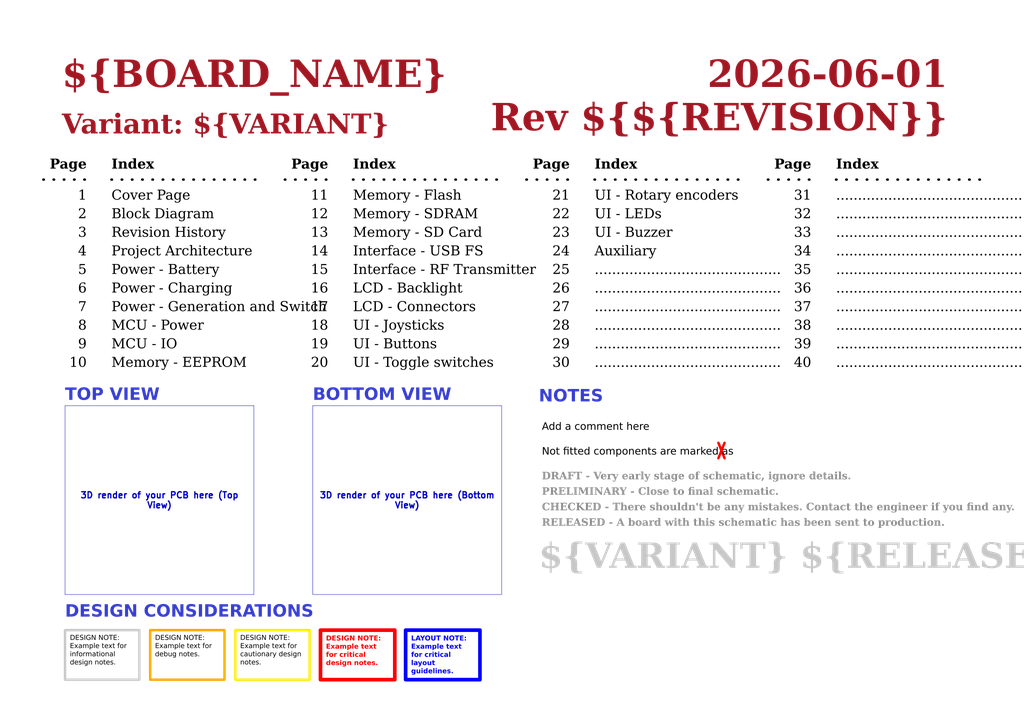
<source format=kicad_sch>
(kicad_sch
	(version 20250114)
	(generator "eeschema")
	(generator_version "9.0")
	(uuid "0650c7a8-acba-429c-9f8e-eec0baf0bc1c")
	(paper "A3")
	(title_block
		(title "Main")
		(date "Last Modified Date")
		(rev "${REVISION}")
		(company "${COMPANY}")
	)
	(lib_symbols)
	(text "9"
		(exclude_from_sim no)
		(at 35.56 144.78 0)
		(effects
			(font
				(face "Times New Roman")
				(size 4 4)
				(color 0 0 0 1)
			)
			(justify right bottom)
			(href "#9")
		)
		(uuid "0171ecc8-df6f-418e-95ea-db73cf975716")
	)
	(text "BOTTOM VIEW"
		(exclude_from_sim no)
		(at 128.27 166.37 0)
		(effects
			(font
				(face "Arial")
				(size 5 5)
				(bold yes)
				(color 53 60 207 1)
			)
			(justify left bottom)
		)
		(uuid "041ff709-0f5e-466e-adab-d03afffd90b7")
	)
	(text "UI - Buzzer"
		(exclude_from_sim no)
		(at 243.84 99.06 0)
		(effects
			(font
				(face "Times New Roman")
				(size 4 4)
				(color 0 0 0 1)
			)
			(justify left bottom)
			(href "#23")
		)
		(uuid "0647f622-b644-4538-802a-42edf8cdccc5")
	)
	(text "13"
		(exclude_from_sim no)
		(at 134.62 99.06 0)
		(effects
			(font
				(face "Times New Roman")
				(size 4 4)
				(color 0 0 0 1)
			)
			(justify right bottom)
			(href "#13")
		)
		(uuid "09a9f005-609a-4854-9ba5-f5a5e7b8d7c7")
	)
	(text "RELEASED - A board with this schematic has been sent to production."
		(exclude_from_sim no)
		(at 222.25 217.17 0)
		(effects
			(font
				(face "Times New Roman")
				(size 3 3)
				(thickness 0.6)
				(bold yes)
				(color 140 140 140 1)
			)
			(justify left bottom)
		)
		(uuid "10cbc67f-d688-44d7-9e2b-bee41b99ad5c")
	)
	(text "Page"
		(exclude_from_sim no)
		(at 332.74 71.12 0)
		(effects
			(font
				(face "Times New Roman")
				(size 4 4)
				(bold yes)
				(color 0 0 0 1)
			)
			(justify right bottom)
		)
		(uuid "1b60c0cc-bf04-4615-8796-1ecc890b346a")
	)
	(text "TOP VIEW"
		(exclude_from_sim no)
		(at 26.67 166.37 0)
		(effects
			(font
				(face "Arial")
				(size 5 5)
				(bold yes)
				(color 53 60 207 1)
			)
			(justify left bottom)
		)
		(uuid "1c033b5c-f50d-4e0f-94c4-59e72fb244de")
	)
	(text "3"
		(exclude_from_sim no)
		(at 35.56 99.06 0)
		(effects
			(font
				(face "Times New Roman")
				(size 4 4)
				(color 0 0 0 1)
			)
			(justify right bottom)
			(href "#3")
		)
		(uuid "1dd16a1b-b3b8-42a1-b678-3a7b261e7284")
	)
	(text "38"
		(exclude_from_sim no)
		(at 332.74 137.16 0)
		(effects
			(font
				(face "Times New Roman")
				(size 4 4)
				(color 0 0 0 1)
			)
			(justify right bottom)
			(href "#38")
		)
		(uuid "2d20025d-61e4-451d-b51e-153fedc44d68")
	)
	(text "Memory - EEPROM"
		(exclude_from_sim no)
		(at 45.72 152.4 0)
		(effects
			(font
				(face "Times New Roman")
				(size 4 4)
				(color 0 0 0 1)
			)
			(justify left bottom)
			(href "#10")
		)
		(uuid "2df49b6e-980f-4a01-ab23-c61ed27bd1b8")
	)
	(text "MCU - IO"
		(exclude_from_sim no)
		(at 45.72 144.78 0)
		(effects
			(font
				(face "Times New Roman")
				(size 4 4)
				(color 0 0 0 1)
			)
			(justify left bottom)
			(href "#9")
		)
		(uuid "319dfe95-cf7d-4b95-aa65-2f948d7bd6bc")
	)
	(text "MCU - Power"
		(exclude_from_sim no)
		(at 45.72 137.16 0)
		(effects
			(font
				(face "Times New Roman")
				(size 4 4)
				(color 0 0 0 1)
			)
			(justify left bottom)
			(href "#8")
		)
		(uuid "339f13bd-0896-43a1-925e-733e36e395bd")
	)
	(text "LCD - Backlight"
		(exclude_from_sim no)
		(at 144.78 121.92 0)
		(effects
			(font
				(face "Times New Roman")
				(size 4 4)
				(color 0 0 0 1)
			)
			(justify left bottom)
			(href "#16")
		)
		(uuid "34c28277-d6a5-4104-8740-b78485a8ff4c")
	)
	(text "1"
		(exclude_from_sim no)
		(at 35.56 83.82 0)
		(effects
			(font
				(face "Times New Roman")
				(size 4 4)
				(color 0 0 0 1)
			)
			(justify right bottom)
			(href "#1")
		)
		(uuid "3691ab49-6c05-4886-869a-12221f52fdee")
	)
	(text "Not fitted components are marked as"
		(exclude_from_sim no)
		(at 222.25 187.96 0)
		(effects
			(font
				(face "Arial")
				(size 3 3)
				(color 0 0 0 1)
			)
			(justify left bottom)
		)
		(uuid "3e121d9b-11e9-4895-9779-ade93d5b2a88")
	)
	(text "..........................................."
		(exclude_from_sim no)
		(at 243.84 152.4 0)
		(effects
			(font
				(face "Times New Roman")
				(size 4 4)
				(color 0 0 0 1)
			)
			(justify left bottom)
			(href "#30")
		)
		(uuid "41bb0f90-1135-4d50-9d44-9fb04444ecf6")
	)
	(text "Index"
		(exclude_from_sim no)
		(at 45.72 71.12 0)
		(effects
			(font
				(face "Times New Roman")
				(size 4 4)
				(bold yes)
				(color 0 0 0 1)
			)
			(justify left bottom)
		)
		(uuid "44841f0e-187c-41b9-a570-9f74973319c9")
	)
	(text "Memory - SD Card"
		(exclude_from_sim no)
		(at 144.78 99.06 0)
		(effects
			(font
				(face "Times New Roman")
				(size 4 4)
				(color 0 0 0 1)
			)
			(justify left bottom)
			(href "#13")
		)
		(uuid "461ef4aa-5f24-4935-a427-92bbc78a05f3")
	)
	(text "Index"
		(exclude_from_sim no)
		(at 144.78 71.12 0)
		(effects
			(font
				(face "Times New Roman")
				(size 4 4)
				(bold yes)
				(color 0 0 0 1)
			)
			(justify left bottom)
		)
		(uuid "4773b195-e777-483d-bd5a-5b18be14b485")
	)
	(text "27"
		(exclude_from_sim no)
		(at 233.68 129.54 0)
		(effects
			(font
				(face "Times New Roman")
				(size 4 4)
				(color 0 0 0 1)
			)
			(justify right bottom)
			(href "#27")
		)
		(uuid "47e5ef3a-a936-4417-8e04-a70df1a04676")
	)
	(text "15"
		(exclude_from_sim no)
		(at 134.62 114.3 0)
		(effects
			(font
				(face "Times New Roman")
				(size 4 4)
				(color 0 0 0 1)
			)
			(justify right bottom)
			(href "#15")
		)
		(uuid "48cae9b2-9935-4ee2-a962-685c04325434")
	)
	(text "6"
		(exclude_from_sim no)
		(at 35.56 121.92 0)
		(effects
			(font
				(face "Times New Roman")
				(size 4 4)
				(color 0 0 0 1)
			)
			(justify right bottom)
			(href "#6")
		)
		(uuid "4aa9b67c-c657-48d1-abb0-497faf20008a")
	)
	(text "PRELIMINARY - Close to final schematic."
		(exclude_from_sim no)
		(at 222.25 204.47 0)
		(effects
			(font
				(face "Times New Roman")
				(size 3 3)
				(thickness 0.6)
				(bold yes)
				(color 140 140 140 1)
			)
			(justify left bottom)
		)
		(uuid "4b75d6be-e2b4-4862-a5fd-f3239bff6734")
	)
	(text "24"
		(exclude_from_sim no)
		(at 233.68 106.68 0)
		(effects
			(font
				(face "Times New Roman")
				(size 4 4)
				(color 0 0 0 1)
			)
			(justify right bottom)
			(href "#24")
		)
		(uuid "4d10b8f7-ee9d-4539-987e-2871a213b2d6")
	)
	(text "${VARIANT} ${RELEASE_DATE}"
		(exclude_from_sim no)
		(at 220.98 237.49 0)
		(effects
			(font
				(face "Times New Roman")
				(size 10.16 10.16)
				(thickness 0.6)
				(bold yes)
				(color 200 200 200 1)
			)
			(justify left bottom)
		)
		(uuid "4f144e11-d681-45f3-b92d-dea6c28023e4")
	)
	(text "Page"
		(exclude_from_sim no)
		(at 35.56 71.12 0)
		(effects
			(font
				(face "Times New Roman")
				(size 4 4)
				(bold yes)
				(color 0 0 0 1)
			)
			(justify right bottom)
		)
		(uuid "5216de6a-28ab-4e49-a422-9fd32d8fed67")
	)
	(text "Project Architecture"
		(exclude_from_sim no)
		(at 45.72 106.68 0)
		(effects
			(font
				(face "Times New Roman")
				(size 4 4)
				(color 0 0 0 1)
			)
			(justify left bottom)
			(href "#4")
		)
		(uuid "547bb3ec-bec4-4b68-a38e-2ac56be29bd3")
	)
	(text "..........................................."
		(exclude_from_sim no)
		(at 243.84 129.54 0)
		(effects
			(font
				(face "Times New Roman")
				(size 4 4)
				(color 0 0 0 1)
			)
			(justify left bottom)
			(href "#27")
		)
		(uuid "598c6218-39d7-40a8-878a-842531c6a754")
	)
	(text "8"
		(exclude_from_sim no)
		(at 35.56 137.16 0)
		(effects
			(font
				(face "Times New Roman")
				(size 4 4)
				(color 0 0 0 1)
			)
			(justify right bottom)
			(href "#8")
		)
		(uuid "5dd35c87-2aeb-4c16-ab79-fbda71c4347a")
	)
	(text "14"
		(exclude_from_sim no)
		(at 134.62 106.68 0)
		(effects
			(font
				(face "Times New Roman")
				(size 4 4)
				(color 0 0 0 1)
			)
			(justify right bottom)
			(href "#14")
		)
		(uuid "5e529423-56be-4ad0-9794-38b960fa0634")
	)
	(text "..........................................."
		(exclude_from_sim no)
		(at 342.9 137.16 0)
		(effects
			(font
				(face "Times New Roman")
				(size 4 4)
				(color 0 0 0 1)
			)
			(justify left bottom)
			(href "#38")
		)
		(uuid "5ec61f31-3c66-4623-97e5-d26d3b9bb1be")
	)
	(text "..........................................."
		(exclude_from_sim no)
		(at 342.9 152.4 0)
		(effects
			(font
				(face "Times New Roman")
				(size 4 4)
				(color 0 0 0 1)
			)
			(justify left bottom)
			(href "#40")
		)
		(uuid "65f25bf1-cc7d-4807-9afa-0a0ac612f9b3")
	)
	(text "23"
		(exclude_from_sim no)
		(at 233.68 99.06 0)
		(effects
			(font
				(face "Times New Roman")
				(size 4 4)
				(color 0 0 0 1)
			)
			(justify right bottom)
			(href "#23")
		)
		(uuid "68aaa364-f788-45fb-b731-7b1eda7a6c6c")
	)
	(text "Index"
		(exclude_from_sim no)
		(at 243.84 71.12 0)
		(effects
			(font
				(face "Times New Roman")
				(size 4 4)
				(bold yes)
				(color 0 0 0 1)
			)
			(justify left bottom)
		)
		(uuid "6eee427d-5608-4f64-99d8-6d8e4391a6b0")
	)
	(text "..........................................."
		(exclude_from_sim no)
		(at 342.9 91.44 0)
		(effects
			(font
				(face "Times New Roman")
				(size 4 4)
				(color 0 0 0 1)
			)
			(justify left bottom)
			(href "#32")
		)
		(uuid "71058a62-023a-4e0a-b0c4-c0fb8bf95cc8")
	)
	(text "5"
		(exclude_from_sim no)
		(at 35.56 114.3 0)
		(effects
			(font
				(face "Times New Roman")
				(size 4 4)
				(color 0 0 0 1)
			)
			(justify right bottom)
			(href "#5")
		)
		(uuid "718e4830-a352-43f0-b9c5-1495032b5970")
	)
	(text "${CURRENT_DATE}"
		(exclude_from_sim no)
		(at 388.62 40.64 0)
		(effects
			(font
				(face "Times New Roman")
				(size 11 11)
				(thickness 1)
				(bold yes)
				(color 162 22 34 1)
			)
			(justify right bottom)
		)
		(uuid "752b8016-2b6c-433a-9e5a-755eac1f800d")
	)
	(text "26"
		(exclude_from_sim no)
		(at 233.68 121.92 0)
		(effects
			(font
				(face "Times New Roman")
				(size 4 4)
				(color 0 0 0 1)
			)
			(justify right bottom)
			(href "#26")
		)
		(uuid "78da4ba2-8c96-4e51-9a03-b14367dceea0")
	)
	(text "16"
		(exclude_from_sim no)
		(at 134.62 121.92 0)
		(effects
			(font
				(face "Times New Roman")
				(size 4 4)
				(color 0 0 0 1)
			)
			(justify right bottom)
			(href "#16")
		)
		(uuid "7a577aea-9c53-4431-8f38-6cd521e907d0")
	)
	(text "10"
		(exclude_from_sim no)
		(at 35.56 152.4 0)
		(effects
			(font
				(face "Times New Roman")
				(size 4 4)
				(color 0 0 0 1)
			)
			(justify right bottom)
			(href "#10")
		)
		(uuid "7caa34f0-df91-4ed4-bb8e-ff81315f8c93")
	)
	(text "35"
		(exclude_from_sim no)
		(at 332.74 114.3 0)
		(effects
			(font
				(face "Times New Roman")
				(size 4 4)
				(color 0 0 0 1)
			)
			(justify right bottom)
			(href "#35")
		)
		(uuid "7d4a16f6-fc91-424a-bffd-707dc25afa40")
	)
	(text "18"
		(exclude_from_sim no)
		(at 134.62 137.16 0)
		(effects
			(font
				(face "Times New Roman")
				(size 4 4)
				(color 0 0 0 1)
			)
			(justify right bottom)
			(href "#18")
		)
		(uuid "7d4de17d-b484-45d2-95af-1050fc297950")
	)
	(text "33"
		(exclude_from_sim no)
		(at 332.74 99.06 0)
		(effects
			(font
				(face "Times New Roman")
				(size 4 4)
				(color 0 0 0 1)
			)
			(justify right bottom)
			(href "#33")
		)
		(uuid "7fd97343-03c5-4f22-a59e-bc2d9fd9af23")
	)
	(text "Variant: ${VARIANT}"
		(exclude_from_sim no)
		(at 25.4 58.42 0)
		(effects
			(font
				(face "Times New Roman")
				(size 8 8)
				(thickness 1)
				(bold yes)
				(color 162 22 34 1)
			)
			(justify left bottom)
		)
		(uuid "832c6231-94ea-4718-8f70-96006b71efdf")
	)
	(text "4"
		(exclude_from_sim no)
		(at 35.56 106.68 0)
		(effects
			(font
				(face "Times New Roman")
				(size 4 4)
				(color 0 0 0 1)
			)
			(justify right bottom)
			(href "#4")
		)
		(uuid "8d802a1e-8c90-4592-9cec-00ce1173b8bd")
	)
	(text "11"
		(exclude_from_sim no)
		(at 134.62 83.82 0)
		(effects
			(font
				(face "Times New Roman")
				(size 4 4)
				(color 0 0 0 1)
			)
			(justify right bottom)
			(href "#11")
		)
		(uuid "8d827c06-285c-46bc-8024-d46f4098d9e5")
	)
	(text "Rev ${REVISION}"
		(exclude_from_sim no)
		(at 388.62 58.42 0)
		(effects
			(font
				(face "Times New Roman")
				(size 11 11)
				(thickness 1)
				(bold yes)
				(color 162 22 34 1)
			)
			(justify right bottom)
		)
		(uuid "9008c96f-82fa-4b3f-88a3-9ae35f59090b")
	)
	(text "Auxiliary\n"
		(exclude_from_sim no)
		(at 243.84 106.68 0)
		(effects
			(font
				(face "Times New Roman")
				(size 4 4)
				(color 0 0 0 1)
			)
			(justify left bottom)
			(href "#24")
		)
		(uuid "91ef4a1a-faaf-4d16-b090-6e6451092c3a")
	)
	(text "28"
		(exclude_from_sim no)
		(at 233.68 137.16 0)
		(effects
			(font
				(face "Times New Roman")
				(size 4 4)
				(color 0 0 0 1)
			)
			(justify right bottom)
			(href "#28")
		)
		(uuid "9310b062-10e2-49af-a22c-1c9854a7f3f0")
	)
	(text "..........................................."
		(exclude_from_sim no)
		(at 243.84 144.78 0)
		(effects
			(font
				(face "Times New Roman")
				(size 4 4)
				(color 0 0 0 1)
			)
			(justify left bottom)
			(href "#29")
		)
		(uuid "93713c73-3aba-4b0b-9f3c-b37ab3721f94")
	)
	(text "UI - LEDs"
		(exclude_from_sim no)
		(at 243.84 91.44 0)
		(effects
			(font
				(face "Times New Roman")
				(size 4 4)
				(color 0 0 0 1)
			)
			(justify left bottom)
			(href "#22")
		)
		(uuid "93b242cb-0b6a-48cc-a920-659ba5a2d4b9")
	)
	(text "..........................................."
		(exclude_from_sim no)
		(at 342.9 144.78 0)
		(effects
			(font
				(face "Times New Roman")
				(size 4 4)
				(color 0 0 0 1)
			)
			(justify left bottom)
			(href "#39")
		)
		(uuid "9413d17b-fd74-4a56-8014-ec2904184d8a")
	)
	(text "Power - Battery"
		(exclude_from_sim no)
		(at 45.72 114.3 0)
		(effects
			(font
				(face "Times New Roman")
				(size 4 4)
				(color 0 0 0 1)
			)
			(justify left bottom)
			(href "#5")
		)
		(uuid "9413d28a-c2b4-4d73-ae2d-68b4717d1b67")
	)
	(text "Page"
		(exclude_from_sim no)
		(at 233.68 71.12 0)
		(effects
			(font
				(face "Times New Roman")
				(size 4 4)
				(bold yes)
				(color 0 0 0 1)
			)
			(justify right bottom)
		)
		(uuid "959ea2a5-595d-4c64-a44e-f0c1c6497852")
	)
	(text "UI - Buttons"
		(exclude_from_sim no)
		(at 144.78 144.78 0)
		(effects
			(font
				(face "Times New Roman")
				(size 4 4)
				(color 0 0 0 1)
			)
			(justify left bottom)
			(href "#19")
		)
		(uuid "9d747571-2a3a-41dd-b7ab-0c07afaa5df1")
	)
	(text "Memory - Flash"
		(exclude_from_sim no)
		(at 144.78 83.82 0)
		(effects
			(font
				(face "Times New Roman")
				(size 4 4)
				(color 0 0 0 1)
			)
			(justify left bottom)
			(href "#11")
		)
		(uuid "9e3e9ac8-468f-4f09-9650-682992859fd0")
	)
	(text "LCD - Connectors"
		(exclude_from_sim no)
		(at 144.78 129.54 0)
		(effects
			(font
				(face "Times New Roman")
				(size 4 4)
				(color 0 0 0 1)
			)
			(justify left bottom)
			(href "#17")
		)
		(uuid "a2bb1bed-8e4e-4038-8b4e-99f9457f4c30")
	)
	(text "31"
		(exclude_from_sim no)
		(at 332.74 83.82 0)
		(effects
			(font
				(face "Times New Roman")
				(size 4 4)
				(color 0 0 0 1)
			)
			(justify right bottom)
			(href "#31")
		)
		(uuid "a8eb70a2-f43e-480c-afdf-7e91507527a7")
	)
	(text "36"
		(exclude_from_sim no)
		(at 332.74 121.92 0)
		(effects
			(font
				(face "Times New Roman")
				(size 4 4)
				(color 0 0 0 1)
			)
			(justify right bottom)
			(href "#36")
		)
		(uuid "a95a57c3-0ec4-4b96-8edf-d46ee18a4a8e")
	)
	(text "..........................................."
		(exclude_from_sim no)
		(at 243.84 137.16 0)
		(effects
			(font
				(face "Times New Roman")
				(size 4 4)
				(color 0 0 0 1)
			)
			(justify left bottom)
			(href "#28")
		)
		(uuid "ad40278e-f3e6-4c25-8fa4-1f4e3918f822")
	)
	(text "22"
		(exclude_from_sim no)
		(at 233.68 91.44 0)
		(effects
			(font
				(face "Times New Roman")
				(size 4 4)
				(color 0 0 0 1)
			)
			(justify right bottom)
			(href "#22")
		)
		(uuid "ada746a9-1ac8-4ba5-b1f0-e040d6c0fa14")
	)
	(text "Interface - RF Transmitter"
		(exclude_from_sim no)
		(at 144.78 114.3 0)
		(effects
			(font
				(face "Times New Roman")
				(size 4 4)
				(color 0 0 0 1)
			)
			(justify left bottom)
			(href "#15")
		)
		(uuid "ae6c0242-f9a8-4717-86dd-2d27e5dc9018")
	)
	(text "..........................................."
		(exclude_from_sim no)
		(at 342.9 83.82 0)
		(effects
			(font
				(face "Times New Roman")
				(size 4 4)
				(color 0 0 0 1)
			)
			(justify left bottom)
			(href "#31")
		)
		(uuid "b39085c9-1ebe-4dab-a6c1-54ab08707fbf")
	)
	(text "25"
		(exclude_from_sim no)
		(at 233.68 114.3 0)
		(effects
			(font
				(face "Times New Roman")
				(size 4 4)
				(color 0 0 0 1)
			)
			(justify right bottom)
			(href "#25")
		)
		(uuid "b3f10ccd-dd30-4e1a-9a39-191e590211cc")
	)
	(text "${BOARD_NAME}"
		(exclude_from_sim no)
		(at 25.4 40.64 0)
		(effects
			(font
				(face "Times New Roman")
				(size 11 11)
				(thickness 1)
				(bold yes)
				(color 162 22 34 1)
			)
			(justify left bottom)
		)
		(uuid "b5491481-138f-4748-8f60-dc51e3284b98")
	)
	(text "..........................................."
		(exclude_from_sim no)
		(at 243.84 121.92 0)
		(effects
			(font
				(face "Times New Roman")
				(size 4 4)
				(color 0 0 0 1)
			)
			(justify left bottom)
			(href "#26")
		)
		(uuid "b55022f1-bde3-45d1-ab63-474a18aef763")
	)
	(text "..........................................."
		(exclude_from_sim no)
		(at 342.9 106.68 0)
		(effects
			(font
				(face "Times New Roman")
				(size 4 4)
				(color 0 0 0 1)
			)
			(justify left bottom)
			(href "#34")
		)
		(uuid "b5c8bc07-6a7e-4ec3-955b-9e6a13622c4e")
	)
	(text "37"
		(exclude_from_sim no)
		(at 332.74 129.54 0)
		(effects
			(font
				(face "Times New Roman")
				(size 4 4)
				(color 0 0 0 1)
			)
			(justify right bottom)
			(href "#37")
		)
		(uuid "baff535e-40df-4979-8ad1-9d6e8282e1a0")
	)
	(text "Page"
		(exclude_from_sim no)
		(at 134.62 71.12 0)
		(effects
			(font
				(face "Times New Roman")
				(size 4 4)
				(bold yes)
				(color 0 0 0 1)
			)
			(justify right bottom)
		)
		(uuid "beb5ee3d-ad62-4c0c-ab18-390f8e3c78c4")
	)
	(text "DRAFT - Very early stage of schematic, ignore details."
		(exclude_from_sim no)
		(at 222.25 198.12 0)
		(effects
			(font
				(face "Times New Roman")
				(size 3 3)
				(thickness 0.6)
				(bold yes)
				(color 140 140 140 1)
			)
			(justify left bottom)
		)
		(uuid "c1828499-d221-4dc2-9c7b-c9d850654d5e")
	)
	(text "Interface - USB FS"
		(exclude_from_sim no)
		(at 144.78 106.68 0)
		(effects
			(font
				(face "Times New Roman")
				(size 4 4)
				(color 0 0 0 1)
			)
			(justify left bottom)
			(href "#14")
		)
		(uuid "c492727f-a5a2-4efb-9f13-b55fb4c5125a")
	)
	(text "Index"
		(exclude_from_sim no)
		(at 342.9 71.12 0)
		(effects
			(font
				(face "Times New Roman")
				(size 4 4)
				(bold yes)
				(color 0 0 0 1)
			)
			(justify left bottom)
		)
		(uuid "c52bc9e5-2c42-41e6-ae08-fabef868928a")
	)
	(text "Power - Charging"
		(exclude_from_sim no)
		(at 45.72 121.92 0)
		(effects
			(font
				(face "Times New Roman")
				(size 4 4)
				(color 0 0 0 1)
			)
			(justify left bottom)
			(href "#6")
		)
		(uuid "c787ff5d-5d58-4a12-8967-dc99673505b9")
	)
	(text "..........................................."
		(exclude_from_sim no)
		(at 342.9 121.92 0)
		(effects
			(font
				(face "Times New Roman")
				(size 4 4)
				(color 0 0 0 1)
			)
			(justify left bottom)
			(href "#36")
		)
		(uuid "c8a13f8e-6347-4971-97e9-3bbacc8fb0b5")
	)
	(text "..........................................."
		(exclude_from_sim no)
		(at 342.9 114.3 0)
		(effects
			(font
				(face "Times New Roman")
				(size 4 4)
				(color 0 0 0 1)
			)
			(justify left bottom)
			(href "#35")
		)
		(uuid "c932f64b-e011-46ca-8efc-bb2f186e8b13")
	)
	(text "Block Diagram"
		(exclude_from_sim no)
		(at 45.72 91.44 0)
		(effects
			(font
				(face "Times New Roman")
				(size 4 4)
				(color 0 0 0 1)
			)
			(justify left bottom)
			(href "#2")
		)
		(uuid "caeb7f52-f34e-4432-b129-9207069a1ad5")
	)
	(text "19"
		(exclude_from_sim no)
		(at 134.62 144.78 0)
		(effects
			(font
				(face "Times New Roman")
				(size 4 4)
				(color 0 0 0 1)
			)
			(justify right bottom)
			(href "#19")
		)
		(uuid "cbf7eaea-8009-4ccd-9079-9d687b9a3603")
	)
	(text "30"
		(exclude_from_sim no)
		(at 233.68 152.4 0)
		(effects
			(font
				(face "Times New Roman")
				(size 4 4)
				(color 0 0 0 1)
			)
			(justify right bottom)
			(href "#30")
		)
		(uuid "cea38a57-40f7-465f-b054-ff626e3218d0")
	)
	(text "7"
		(exclude_from_sim no)
		(at 35.56 129.54 0)
		(effects
			(font
				(face "Times New Roman")
				(size 4 4)
				(color 0 0 0 1)
			)
			(justify right bottom)
			(href "#7")
		)
		(uuid "cf9779c0-4a62-4a6f-9127-07f6919e9e8d")
	)
	(text "..........................................."
		(exclude_from_sim no)
		(at 243.84 114.3 0)
		(effects
			(font
				(face "Times New Roman")
				(size 4 4)
				(color 0 0 0 1)
			)
			(justify left bottom)
			(href "#25")
		)
		(uuid "d06fb69a-43a5-466c-8174-3edde239a7c0")
	)
	(text "12"
		(exclude_from_sim no)
		(at 134.62 91.44 0)
		(effects
			(font
				(face "Times New Roman")
				(size 4 4)
				(color 0 0 0 1)
			)
			(justify right bottom)
			(href "#12")
		)
		(uuid "d450aa41-7115-44ab-9cc7-2fa118545b00")
	)
	(text "21"
		(exclude_from_sim no)
		(at 233.68 83.82 0)
		(effects
			(font
				(face "Times New Roman")
				(size 4 4)
				(color 0 0 0 1)
			)
			(justify right bottom)
			(href "#21")
		)
		(uuid "d7ac5948-93ba-4038-95c3-cb73c27df74a")
	)
	(text "Add a comment here"
		(exclude_from_sim no)
		(at 222.25 177.8 0)
		(effects
			(font
				(face "Arial")
				(size 3 3)
				(color 0 0 0 1)
			)
			(justify left bottom)
		)
		(uuid "d8d8425a-4141-4ddb-8e75-262db2d23ce8")
	)
	(text "2"
		(exclude_from_sim no)
		(at 35.56 91.44 0)
		(effects
			(font
				(face "Times New Roman")
				(size 4 4)
				(color 0 0 0 1)
			)
			(justify right bottom)
			(href "#2")
		)
		(uuid "dca5e168-6a76-4eb2-b335-e6c030ded824")
	)
	(text "39"
		(exclude_from_sim no)
		(at 332.74 144.78 0)
		(effects
			(font
				(face "Times New Roman")
				(size 4 4)
				(color 0 0 0 1)
			)
			(justify right bottom)
			(href "#39")
		)
		(uuid "e216870b-45fe-49b3-8e55-d9668eb9df44")
	)
	(text "UI - Joysticks"
		(exclude_from_sim no)
		(at 144.78 137.16 0)
		(effects
			(font
				(face "Times New Roman")
				(size 4 4)
				(color 0 0 0 1)
			)
			(justify left bottom)
			(href "#18")
		)
		(uuid "e518f3ad-92c7-4755-8883-22916bfc7d1f")
	)
	(text "..........................................."
		(exclude_from_sim no)
		(at 342.9 99.06 0)
		(effects
			(font
				(face "Times New Roman")
				(size 4 4)
				(color 0 0 0 1)
			)
			(justify left bottom)
			(href "#33")
		)
		(uuid "e5564811-ffd2-4bd9-9644-ff1dc80ebf87")
	)
	(text "UI - Toggle switches"
		(exclude_from_sim no)
		(at 144.78 152.4 0)
		(effects
			(font
				(face "Times New Roman")
				(size 4 4)
				(color 0 0 0 1)
			)
			(justify left bottom)
			(href "#20")
		)
		(uuid "e58de9a8-7551-4002-91cc-eb758bb6876c")
	)
	(text "34"
		(exclude_from_sim no)
		(at 332.74 106.68 0)
		(effects
			(font
				(face "Times New Roman")
				(size 4 4)
				(color 0 0 0 1)
			)
			(justify right bottom)
			(href "#34")
		)
		(uuid "e60ef77b-a7db-4a46-901f-5793e4acc58b")
	)
	(text "29"
		(exclude_from_sim no)
		(at 233.68 144.78 0)
		(effects
			(font
				(face "Times New Roman")
				(size 4 4)
				(color 0 0 0 1)
			)
			(justify right bottom)
			(href "#29")
		)
		(uuid "e83f0c3e-ac1d-4432-a8de-ba5a2be8aa4a")
	)
	(text "Cover Page"
		(exclude_from_sim no)
		(at 45.72 83.82 0)
		(effects
			(font
				(face "Times New Roman")
				(size 4 4)
				(color 0 0 0 1)
			)
			(justify left bottom)
			(href "#1")
		)
		(uuid "e9964413-67ff-4f53-b58c-608277db6779")
	)
	(text "NOTES"
		(exclude_from_sim no)
		(at 220.98 167.005 0)
		(effects
			(font
				(face "Arial")
				(size 5 5)
				(bold yes)
				(color 53 60 207 1)
			)
			(justify left bottom)
		)
		(uuid "ecd14d51-7267-460d-9460-6bae137b0c37")
	)
	(text "Memory - SDRAM"
		(exclude_from_sim no)
		(at 144.78 91.44 0)
		(effects
			(font
				(face "Times New Roman")
				(size 4 4)
				(color 0 0 0 1)
			)
			(justify left bottom)
			(href "#12")
		)
		(uuid "ecd5e3bc-c1c8-4595-a242-64b07df33fd4")
	)
	(text "Revision History"
		(exclude_from_sim no)
		(at 45.72 99.06 0)
		(effects
			(font
				(face "Times New Roman")
				(size 4 4)
				(color 0 0 0 1)
			)
			(justify left bottom)
			(href "#3")
		)
		(uuid "ed9f4e44-7881-47b3-83af-17eb3de0e161")
	)
	(text "CHECKED - There shouldn't be any mistakes. Contact the engineer if you find any."
		(exclude_from_sim no)
		(at 222.25 210.82 0)
		(effects
			(font
				(face "Times New Roman")
				(size 3 3)
				(thickness 0.6)
				(bold yes)
				(color 140 140 140 1)
			)
			(justify left bottom)
		)
		(uuid "ee4bfbd2-ceac-40c9-847b-b15b18b07c08")
	)
	(text "UI - Rotary encoders"
		(exclude_from_sim no)
		(at 243.84 83.82 0)
		(effects
			(font
				(face "Times New Roman")
				(size 4 4)
				(color 0 0 0 1)
			)
			(justify left bottom)
			(href "#21")
		)
		(uuid "f14c049f-0636-49aa-a70f-0262bf1a57bc")
	)
	(text "20"
		(exclude_from_sim no)
		(at 134.62 152.4 0)
		(effects
			(font
				(face "Times New Roman")
				(size 4 4)
				(color 0 0 0 1)
			)
			(justify right bottom)
			(href "#20")
		)
		(uuid "f17fa600-4ea0-4482-a965-d781b27fd052")
	)
	(text "32"
		(exclude_from_sim no)
		(at 332.74 91.44 0)
		(effects
			(font
				(face "Times New Roman")
				(size 4 4)
				(color 0 0 0 1)
			)
			(justify right bottom)
			(href "#32")
		)
		(uuid "f7f416e4-86a9-4d8f-ac0d-80443c165632")
	)
	(text "..........................................."
		(exclude_from_sim no)
		(at 342.9 129.54 0)
		(effects
			(font
				(face "Times New Roman")
				(size 4 4)
				(color 0 0 0 1)
			)
			(justify left bottom)
			(href "#37")
		)
		(uuid "f8fd86d8-ca92-4fd2-9536-487e6832d844")
	)
	(text "DESIGN CONSIDERATIONS"
		(exclude_from_sim no)
		(at 26.67 255.27 0)
		(effects
			(font
				(face "Arial")
				(size 5 5)
				(bold yes)
				(color 53 60 207 1)
			)
			(justify left bottom)
		)
		(uuid "fb09f930-25b6-4039-89ae-42d9d443b49d")
	)
	(text "40"
		(exclude_from_sim no)
		(at 332.74 152.4 0)
		(effects
			(font
				(face "Times New Roman")
				(size 4 4)
				(color 0 0 0 1)
			)
			(justify right bottom)
			(href "#40")
		)
		(uuid "fe1f4464-8466-41a3-95c1-bacdc38614fb")
	)
	(text "Power - Generation and Switch"
		(exclude_from_sim no)
		(at 45.72 129.54 0)
		(effects
			(font
				(face "Times New Roman")
				(size 4 4)
				(color 0 0 0 1)
			)
			(justify left bottom)
			(href "#7")
		)
		(uuid "ff95cd70-408a-4656-b808-dabd546affbd")
	)
	(text "17"
		(exclude_from_sim no)
		(at 134.62 129.54 0)
		(effects
			(font
				(face "Times New Roman")
				(size 4 4)
				(color 0 0 0 1)
			)
			(justify right bottom)
			(href "#17")
		)
		(uuid "ffcd9e5c-5c93-423a-9ccc-e0af67821852")
	)
	(text_box "3D render of your PCB here (Bottom View)"
		(exclude_from_sim no)
		(at 128.27 166.37 0)
		(size 77.47 77.47)
		(margins 1.905 1.905 1.905 1.905)
		(stroke
			(width 0)
			(type default)
		)
		(fill
			(type none)
		)
		(effects
			(font
				(size 2.54 2.54)
				(thickness 0.508)
				(bold yes)
			)
		)
		(uuid "0c38d11f-bb11-46db-a91c-ebc0b30e95f5")
	)
	(text_box "3D render of your PCB here (Top View)"
		(exclude_from_sim no)
		(at 26.67 166.37 0)
		(size 77.47 77.47)
		(margins 1.905 1.905 1.905 1.905)
		(stroke
			(width 0)
			(type default)
		)
		(fill
			(type none)
		)
		(effects
			(font
				(size 2.54 2.54)
				(thickness 0.508)
				(bold yes)
			)
		)
		(uuid "2d015f2a-bc39-4866-bbd9-40b03d497a26")
	)
	(text_box "Metadata can be set in File → Schematic Setup → Project → Text Variables"
		(exclude_from_sim no)
		(at 8.89 300.99 0)
		(size 119.38 6.35)
		(margins 1.9049 1.9049 1.9049 1.9049)
		(stroke
			(width -0.0001)
			(type default)
		)
		(fill
			(type none)
		)
		(effects
			(font
				(size 2.54 2.54)
				(thickness 0.381)
				(bold yes)
				(color 0 0 0 1)
			)
			(justify right top)
		)
		(uuid "4d4fc8f9-28d9-4b33-b78d-b00f0a2b33ca")
	)
	(text_box "DESIGN NOTE:\nExample text for informational design notes."
		(exclude_from_sim no)
		(at 26.67 258.445 0)
		(size 30.48 20.32)
		(margins 2 2 2 2)
		(stroke
			(width 1)
			(type solid)
			(color 200 200 200 1)
		)
		(fill
			(type none)
		)
		(effects
			(font
				(face "Arial")
				(size 2 2)
				(color 0 0 0 1)
			)
			(justify left top)
		)
		(uuid "60b6a08c-a542-468e-b79f-aa4a2aa0e9e7")
	)
	(text_box "LAYOUT NOTE:\nExample text for critical layout guidelines."
		(exclude_from_sim no)
		(at 166.37 258.445 0)
		(size 30.48 20.32)
		(margins 2.25 2.25 2.25 2.25)
		(stroke
			(width 1.5)
			(type solid)
			(color 0 0 255 1)
		)
		(fill
			(type none)
		)
		(effects
			(font
				(face "Arial")
				(size 2 2)
				(thickness 0.4)
				(bold yes)
				(color 0 0 255 1)
			)
			(justify left top)
		)
		(uuid "b2648603-9b19-4c01-9621-49d92c5b8a6e")
	)
	(text_box "DESIGN NOTE:\nExample text for cautionary design notes."
		(exclude_from_sim no)
		(at 96.52 258.445 0)
		(size 30.48 20.32)
		(margins 2 2 2 2)
		(stroke
			(width 1)
			(type solid)
			(color 250 236 0 1)
		)
		(fill
			(type none)
		)
		(effects
			(font
				(face "Arial")
				(size 2 2)
				(color 0 0 0 1)
			)
			(justify left top)
		)
		(uuid "c7ec7f64-f5b0-4d3e-9743-7d40c3e23ecf")
	)
	(text_box "DESIGN NOTE:\nExample text for debug notes."
		(exclude_from_sim no)
		(at 61.595 258.445 0)
		(size 30.48 20.32)
		(margins 2 2 2 2)
		(stroke
			(width 1)
			(type solid)
			(color 255 165 0 1)
		)
		(fill
			(type none)
		)
		(effects
			(font
				(face "Arial")
				(size 2 2)
				(color 0 0 0 1)
			)
			(justify left top)
		)
		(uuid "c8bf2561-6ede-45f0-9b2e-12af2dfee13b")
	)
	(text_box "DESIGN NOTE:\nExample text for critical design notes."
		(exclude_from_sim no)
		(at 131.445 258.445 0)
		(size 30.48 20.32)
		(margins 2.25 2.25 2.25 2.25)
		(stroke
			(width 1.5)
			(type solid)
			(color 255 0 0 1)
		)
		(fill
			(type none)
		)
		(effects
			(font
				(face "Arial")
				(size 2 2)
				(thickness 0.4)
				(bold yes)
				(color 255 0 0 1)
			)
			(justify left top)
		)
		(uuid "d03e1008-e371-461f-a9f2-320d8a2b7341")
	)
	(polyline
		(pts
			(xy 215.9 73.66) (xy 233.68 73.66)
		)
		(stroke
			(width 1)
			(type dot)
			(color 0 0 0 1)
		)
		(uuid "024689d9-b8ca-41ae-b55d-6ff207f6e101")
	)
	(polyline
		(pts
			(xy 297.18 181.61) (xy 294.64 187.96)
		)
		(stroke
			(width 1)
			(type default)
			(color 255 0 0 1)
		)
		(uuid "4ae2cac4-7676-4a8d-91c4-c6c6f4585019")
	)
	(polyline
		(pts
			(xy 45.72 73.66) (xy 106.68 73.66)
		)
		(stroke
			(width 1)
			(type dot)
			(color 0 0 0 1)
		)
		(uuid "594379bc-c052-4d2e-996b-8b5c1a0857fd")
	)
	(polyline
		(pts
			(xy 342.9 73.66) (xy 403.86 73.66)
		)
		(stroke
			(width 1)
			(type dot)
			(color 0 0 0 1)
		)
		(uuid "8ca04e4f-914f-46ae-b7bb-c241f34f0be3")
	)
	(polyline
		(pts
			(xy 243.84 73.66) (xy 304.8 73.66)
		)
		(stroke
			(width 1)
			(type dot)
			(color 0 0 0 1)
		)
		(uuid "90aedf20-3619-4eea-9142-e5201cfa9329")
	)
	(polyline
		(pts
			(xy 116.84 73.66) (xy 134.62 73.66)
		)
		(stroke
			(width 1)
			(type dot)
			(color 0 0 0 1)
		)
		(uuid "aa27a991-1dd0-4ddb-a292-69ddc074d2fe")
	)
	(polyline
		(pts
			(xy 17.78 73.66) (xy 35.56 73.66)
		)
		(stroke
			(width 1)
			(type dot)
			(color 0 0 0 1)
		)
		(uuid "aefa0f5d-e237-48a6-8d0d-7925958d23a4")
	)
	(polyline
		(pts
			(xy 294.64 181.61) (xy 297.18 187.96)
		)
		(stroke
			(width 1)
			(type default)
			(color 255 0 0 1)
		)
		(uuid "b16ef1e7-4b58-4125-810d-81e7071984f8")
	)
	(polyline
		(pts
			(xy 144.78 73.66) (xy 205.74 73.66)
		)
		(stroke
			(width 1)
			(type dot)
			(color 0 0 0 1)
		)
		(uuid "d03f8f3f-5543-483d-a054-040e77e06c0e")
	)
	(polyline
		(pts
			(xy 314.96 73.66) (xy 332.74 73.66)
		)
		(stroke
			(width 1)
			(type dot)
			(color 0 0 0 1)
		)
		(uuid "f1ab5a98-3d21-4c83-b2d8-cfe1793d64cb")
	)
	(sheet
		(at 299.72 302.26)
		(size 35.56 5.08)
		(exclude_from_sim no)
		(in_bom yes)
		(on_board yes)
		(dnp no)
		(stroke
			(width 0.1524)
			(type solid)
		)
		(fill
			(color 0 0 0 0.0000)
		)
		(uuid "de68a101-7eef-4ba8-abb4-14d03adb087f")
		(property "Sheetname" "Block Diagram"
			(at 299.72 301.2309 0)
			(effects
				(font
					(face "Times New Roman")
					(size 1.905 1.905)
					(bold yes)
					(color 0 0 0 1)
				)
				(justify left bottom)
			)
		)
		(property "Sheetfile" "Block Diagram.kicad_sch"
			(at 300.99 303.53 0)
			(effects
				(font
					(face "Arial")
					(size 1.27 1.27)
				)
				(justify left top)
			)
		)
		(instances
			(project "transmitter"
				(path "/0650c7a8-acba-429c-9f8e-eec0baf0bc1c"
					(page "2")
				)
			)
		)
	)
	(sheet
		(at 340.36 302.26)
		(size 35.56 5.08)
		(exclude_from_sim no)
		(in_bom yes)
		(on_board yes)
		(dnp no)
		(stroke
			(width 0)
			(type solid)
		)
		(fill
			(color 0 0 0 0.0000)
		)
		(uuid "e7c91631-be85-488a-af7a-f2a810f3fbfe")
		(property "Sheetname" "Revision History"
			(at 340.36 300.99 0)
			(effects
				(font
					(face "Times New Roman")
					(size 1.905 1.905)
					(bold yes)
					(color 0 0 0 1)
				)
				(justify left bottom)
			)
		)
		(property "Sheetfile" "Revision History.kicad_sch"
			(at 340.995 303.53 0)
			(effects
				(font
					(face "Arial")
					(size 1.27 1.27)
				)
				(justify left top)
			)
		)
		(instances
			(project "transmitter"
				(path "/0650c7a8-acba-429c-9f8e-eec0baf0bc1c"
					(page "3")
				)
			)
		)
	)
	(sheet
		(at 299.72 313.69)
		(size 35.56 5.08)
		(exclude_from_sim no)
		(in_bom yes)
		(on_board yes)
		(dnp no)
		(stroke
			(width 0.1524)
			(type solid)
		)
		(fill
			(color 0 0 0 0.0000)
		)
		(uuid "fede4c36-00cc-4d3d-b71c-5243ba232202")
		(property "Sheetname" "Project Architecture"
			(at 299.72 312.6609 0)
			(effects
				(font
					(face "Times New Roman")
					(size 1.905 1.905)
					(bold yes)
					(color 0 0 0 1)
				)
				(justify left bottom)
			)
		)
		(property "Sheetfile" "Project Architecture.kicad_sch"
			(at 300.99 314.96 0)
			(effects
				(font
					(face "Arial")
					(size 1.27 1.27)
				)
				(justify left top)
			)
		)
		(instances
			(project "transmitter"
				(path "/0650c7a8-acba-429c-9f8e-eec0baf0bc1c"
					(page "4")
				)
			)
		)
	)
	(sheet_instances
		(path "/"
			(page "1")
		)
	)
	(embedded_fonts no)
)

</source>
